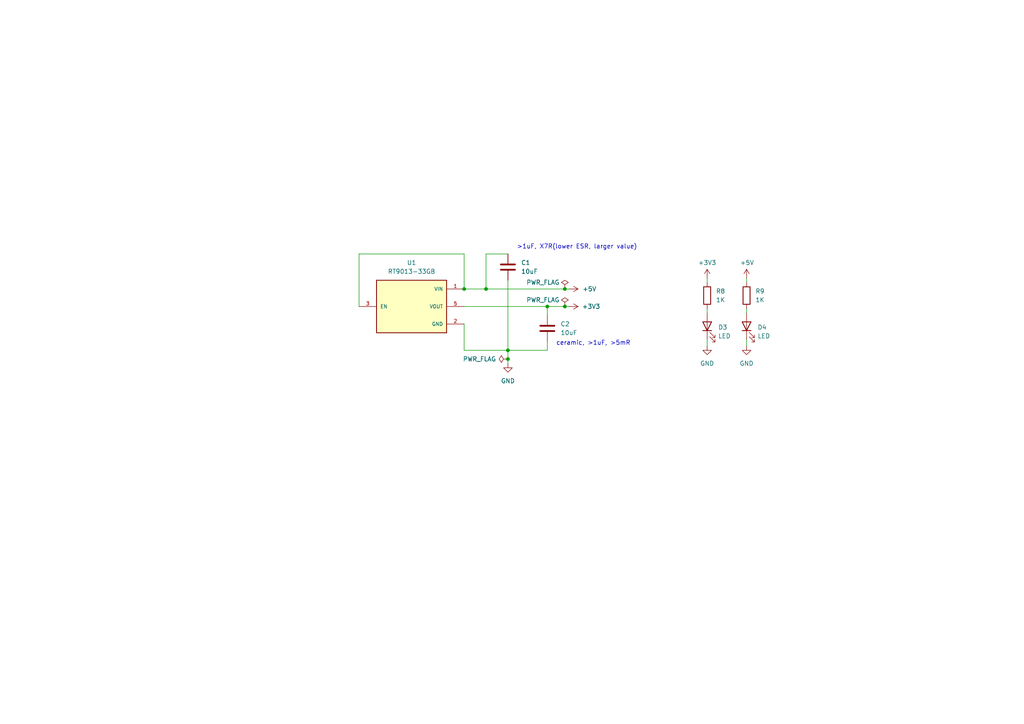
<source format=kicad_sch>
(kicad_sch (version 20211123) (generator eeschema)
  (paper "A4")
  (lib_symbols
    (symbol "Device:C" (pin_numbers hide) (pin_names (offset 0.254))
      (property "Reference" "C" (at 0.635 2.54 0))
      (property "Value" "C" (at 0.635 -2.54 0))
      (symbol "C_0_1"
        (polyline (pts (xy -2.032 -0.762) (xy 2.032 -0.762)) (stroke (width 0.508)))
        (polyline (pts (xy -2.032 0.762) (xy 2.032 0.762)) (stroke (width 0.508)))
      )
      (symbol "C_1_1"
        (pin passive line (at 0 3.81 270) (length 2.794) (name "~") (number "1"))
        (pin passive line (at 0 -3.81 90) (length 2.794) (name "~") (number "2"))
      )
    )
    (symbol "Device:LED" (pin_numbers hide) (pin_names (offset 1.016) hide)
      (property "Reference" "D" (at 0 2.54 0))
      (property "Value" "LED" (at 0 -2.54 0))
      (symbol "LED_0_1"
        (polyline (pts (xy -1.27 -1.27) (xy -1.27 1.27)) (stroke (width 0.254)))
        (polyline (pts (xy -1.27 0) (xy 1.27 0)))
        (polyline (pts (xy 1.27 -1.27) (xy 1.27 1.27) (xy -1.27 0) (xy 1.27 -1.27)) (stroke (width 0.254)))
        (polyline (pts (xy -3.048 -0.762) (xy -4.572 -2.286) (xy -3.81 -2.286) (xy -4.572 -2.286) (xy -4.572 -1.524)))
        (polyline (pts (xy -1.778 -0.762) (xy -3.302 -2.286) (xy -2.54 -2.286) (xy -3.302 -2.286) (xy -3.302 -1.524)))
      )
      (symbol "LED_1_1"
        (pin passive line (at -3.81 0 0) (length 2.54) (name "K") (number "1"))
        (pin passive line (at 3.81 0 180) (length 2.54) (name "A") (number "2"))
      )
    )
    (symbol "Device:R" (pin_numbers hide) (pin_names (offset 0))
      (property "Reference" "R" (at 2.032 0 90))
      (property "Value" "R" (at 0 0 90))
      (symbol "R_0_1"
        (rectangle (start -1.016 -2.54) (end 1.016 2.54) (stroke (width 0.254)))
      )
      (symbol "R_1_1"
        (pin passive line (at 0 3.81 270) (length 1.27) (name "~") (number "1"))
        (pin passive line (at 0 -3.81 90) (length 1.27) (name "~") (number "2"))
      )
    )
    (symbol "RT9013-33GB:RT9013-33GB" (pin_names (offset 1.016))
      (property "Reference" "U" (at -10.16 8.89 0))
      (property "Value" "RT9013-33GB" (at -10.16 -8.89 0))
      (symbol "RT9013-33GB_0_0"
        (rectangle (start -10.16 -7.62) (end 10.16 7.62) (stroke (width 0.254)) (fill (type background)))
        (pin power_in line (at 15.24 5.08 180) (length 5.08) (name "VIN") (number "1"))
        (pin power_in line (at 15.24 -5.08 180) (length 5.08) (name "GND") (number "2"))
        (pin passive line (at -15.24 0 0) (length 5.08) (name "EN") (number "3"))
        (pin power_in line (at 15.24 0 180) (length 5.08) (name "VOUT") (number "5"))
      )
    )
    (symbol "power:+3V3" (power) (pin_names (offset 0))
      (property "Value" "+3V3" (at 0 3.556 0))
      (symbol "+3V3_0_1"
        (polyline (pts (xy -0.762 1.27) (xy 0 2.54)))
        (polyline (pts (xy 0 0) (xy 0 2.54)))
        (polyline (pts (xy 0 2.54) (xy 0.762 1.27)))
      )
      (symbol "+3V3_1_1"
        (pin power_in line (at 0 0 90) (length 0) hide (name "+3V3") (number "1"))
      )
    )
    (symbol "power:+5V" (power) (pin_names (offset 0))
      (property "Value" "+5V" (at 0 3.556 0))
      (symbol "+5V_0_1"
        (polyline (pts (xy -0.762 1.27) (xy 0 2.54)))
        (polyline (pts (xy 0 0) (xy 0 2.54)))
        (polyline (pts (xy 0 2.54) (xy 0.762 1.27)))
      )
      (symbol "+5V_1_1"
        (pin power_in line (at 0 0 90) (length 0) hide (name "+5V") (number "1"))
      )
    )
    (symbol "power:GND" (power) (pin_names (offset 0))
      (property "Value" "GND" (at 0 -3.81 0))
      (symbol "GND_0_1"
        (polyline (pts (xy 0 0) (xy 0 -1.27) (xy 1.27 -1.27) (xy 0 -2.54) (xy -1.27 -1.27) (xy 0 -1.27)))
      )
      (symbol "GND_1_1"
        (pin power_in line (at 0 0 270) (length 0) hide (name "GND") (number "1"))
      )
    )
    (symbol "power:PWR_FLAG" (power) (pin_numbers hide) (pin_names (offset 0) hide)
      (property "Value" "PWR_FLAG" (at 0 3.81 0))
      (symbol "PWR_FLAG_0_0"
        (pin power_out line (at 0 0 90) (length 0) (name "pwr") (number "1"))
      )
      (symbol "PWR_FLAG_0_1"
        (polyline (pts (xy 0 0) (xy 0 1.27) (xy -1.016 1.905) (xy 0 2.54) (xy 1.016 1.905) (xy 0 1.27)))
      )
    )
  )
  (junction (at 147.32 104.14))
  (junction (at 147.32 101.6))
  (junction (at 158.75 88.9))
  (junction (at 163.83 83.82))
  (junction (at 163.83 88.9))
  (junction (at 140.97 83.82))
  (junction (at 134.62 83.82))
  (wire (pts (xy 147.32 104.14) (xy 147.32 105.41)))
  (wire (pts (xy 140.97 83.82) (xy 163.83 83.82)))
  (wire (pts (xy 163.83 83.82) (xy 165.1 83.82)))
  (wire (pts (xy 205.105 80.645) (xy 205.105 81.915)))
  (wire (pts (xy 140.97 73.66) (xy 140.97 83.82)))
  (wire (pts (xy 104.14 88.9) (xy 104.14 73.66)))
  (wire (pts (xy 134.62 73.66) (xy 134.62 83.82)))
  (wire (pts (xy 205.105 98.425) (xy 205.105 100.33)))
  (wire (pts (xy 216.535 98.425) (xy 216.535 100.33)))
  (wire (pts (xy 158.75 99.06) (xy 158.75 101.6)))
  (wire (pts (xy 158.75 88.9) (xy 158.75 91.44)))
  (wire (pts (xy 147.32 101.6) (xy 147.32 104.14)))
  (wire (pts (xy 216.535 89.535) (xy 216.535 90.805)))
  (wire (pts (xy 134.62 93.98) (xy 134.62 101.6)))
  (wire (pts (xy 158.75 88.9) (xy 163.83 88.9)))
  (wire (pts (xy 147.32 81.28) (xy 147.32 101.6)))
  (wire (pts (xy 163.83 88.9) (xy 165.1 88.9)))
  (wire (pts (xy 147.32 73.66) (xy 140.97 73.66)))
  (wire (pts (xy 134.62 88.9) (xy 158.75 88.9)))
  (wire (pts (xy 216.535 80.645) (xy 216.535 81.915)))
  (wire (pts (xy 147.32 101.6) (xy 158.75 101.6)))
  (wire (pts (xy 205.105 89.535) (xy 205.105 90.805)))
  (wire (pts (xy 134.62 101.6) (xy 147.32 101.6)))
  (wire (pts (xy 134.62 83.82) (xy 140.97 83.82)))
  (wire (pts (xy 104.14 73.66) (xy 134.62 73.66)))
  (text "ceramic, >1uF, >5mR" (at 161.29 100.33 0) (effects (font (size 1.27 1.27)) (justify left bottom)))
  (text ">1uF, X7R(lower ESR, larger value)" (at 149.86 72.39 0) (effects (font (size 1.27 1.27)) (justify left bottom)))
  (symbol (lib_id "power:+3V3") (at 205.105 80.645 0) (unit 1)
    (property "Reference" "#PWR038" (effects hide))
    (property "Value" "+3V3" (at 205.105 76.2 0))
  )
  (symbol (lib_id "Device:C") (at 158.75 95.25 0) (unit 1)
    (property "Reference" "C2" (at 162.56 93.9799 0) (effects (justify left)))
    (property "Value" "10uF" (at 162.56 96.5199 0) (effects (justify left)))
    (property "Footprint" "Capacitor_SMD:C_0603_1608Metric" (effects hide))
  )
  (symbol (lib_id "Device:R") (at 205.105 85.725 0) (unit 1)
    (property "Reference" "R8" (at 207.645 84.4549 0) (effects (justify left)))
    (property "Value" "1K" (at 207.645 86.9949 0) (effects (justify left)))
    (property "Footprint" "Resistor_SMD:R_0603_1608Metric" (effects hide))
  )
  (symbol (lib_id "power:+3V3") (at 165.1 88.9 270) (unit 1)
    (property "Reference" "#PWR03" (effects hide))
    (property "Value" "+3V3" (at 171.45 88.9 90))
  )
  (symbol (lib_id "power:PWR_FLAG") (at 163.83 88.9 0) (unit 1)
    (property "Reference" "#FLG03" (effects hide))
    (property "Value" "PWR_FLAG" (at 157.48 86.995 0))
  )
  (symbol (lib_id "Device:R") (at 216.535 85.725 0) (unit 1)
    (property "Reference" "R9" (at 219.075 84.4549 0) (effects (justify left)))
    (property "Value" "1K" (at 219.075 86.9949 0) (effects (justify left)))
    (property "Footprint" "Resistor_SMD:R_0603_1608Metric" (effects hide))
  )
  (symbol (lib_id "power:GND") (at 205.105 100.33 0) (unit 1)
    (property "Reference" "#PWR039" (effects hide))
    (property "Value" "GND" (at 205.105 105.41 0))
  )
  (symbol (lib_id "power:+5V") (at 165.1 83.82 270) (unit 1)
    (property "Reference" "#PWR02" (effects hide))
    (property "Value" "+5V" (at 168.91 83.8199 90) (effects (justify left)))
  )
  (symbol (lib_id "power:PWR_FLAG") (at 163.83 83.82 0) (unit 1)
    (property "Reference" "#FLG02" (effects hide))
    (property "Value" "PWR_FLAG" (at 157.48 81.915 0))
  )
  (symbol (lib_id "power:GND") (at 216.535 100.33 0) (unit 1)
    (property "Reference" "#PWR041" (effects hide))
    (property "Value" "GND" (at 216.535 105.41 0))
  )
  (symbol (lib_id "power:PWR_FLAG") (at 147.32 104.14 90) (unit 1)
    (property "Reference" "#FLG01" (effects hide))
    (property "Value" "PWR_FLAG" (at 139.065 104.14 90))
  )
  (symbol (lib_id "RT9013-33GB:RT9013-33GB") (at 119.38 88.9 0) (unit 1)
    (property "Reference" "U1" (at 119.38 76.2 0))
    (property "Value" "RT9013-33GB" (at 119.38 78.74 0))
    (property "Footprint" "download-footprints:SOT94P279X129-5N" (effects hide))
    (property "Datasheet" "https://www.semiee.com/file/Richtek/Richtek-RT9013.pdf" (effects hide))
    (property "MAXIMUM_PACKAGE_HEIGHT" "1.295 mm" (effects hide))
    (property "MANUFACTURER" "Richtek Technology" (effects hide))
    (property "PARTREV" "Aprill 2011" (effects hide))
    (property "STANDARD" "IPC 7351B" (effects hide))
  )
  (symbol (lib_id "power:GND") (at 147.32 105.41 0) (unit 1)
    (property "Reference" "#PWR01" (effects hide))
    (property "Value" "GND" (at 147.32 110.49 0))
  )
  (symbol (lib_id "Device:LED") (at 216.535 94.615 90) (unit 1)
    (property "Reference" "D4" (at 219.71 94.9324 90) (effects (justify right)))
    (property "Value" "LED" (at 219.71 97.4724 90) (effects (justify right)))
    (property "Footprint" "LED_SMD:LED_0603_1608Metric" (effects hide))
  )
  (symbol (lib_id "Device:C") (at 147.32 77.47 0) (unit 1)
    (property "Reference" "C1" (at 151.13 76.1999 0) (effects (justify left)))
    (property "Value" "10uF" (at 151.13 78.7399 0) (effects (justify left)))
    (property "Footprint" "Capacitor_SMD:C_0603_1608Metric" (effects hide))
  )
  (symbol (lib_id "power:+5V") (at 216.535 80.645 0) (unit 1)
    (property "Reference" "#PWR040" (effects hide))
    (property "Value" "+5V" (at 214.63 76.2 0) (effects (justify left)))
  )
  (symbol (lib_id "Device:LED") (at 205.105 94.615 90) (unit 1)
    (property "Reference" "D3" (at 208.28 94.9324 90) (effects (justify right)))
    (property "Value" "LED" (at 208.28 97.4724 90) (effects (justify right)))
    (property "Footprint" "LED_SMD:LED_0603_1608Metric" (effects hide))
  )
)
</source>
